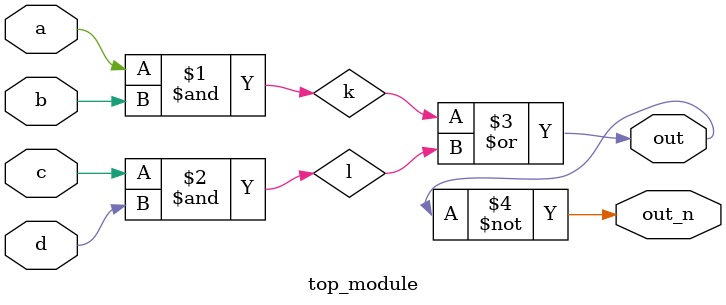
<source format=v>
`default_nettype none
module top_module(
    input a,
    input b,
    input c,
    input d,
    output wire out,
    output out_n); 
    wire k,l;
    and (k,a,b);
    and (l,c,d);
    or (out,k,l);
    not (out_n,out);   

    /*assign k = a&b;
    assign l = c&d;
    assign out = k|l;
    assign out_n = ~out;
      */ 

endmodule

</source>
